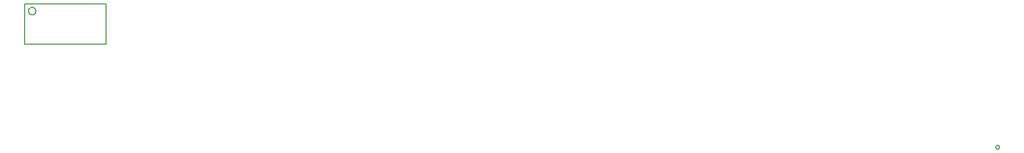
<source format=gbo>
G75*
%MOIN*%
%OFA0B0*%
%FSLAX24Y24*%
%IPPOS*%
%LPD*%
%AMOC8*
5,1,8,0,0,1.08239X$1,22.5*
%
%ADD10C,0.0050*%
D10*
X004350Y045375D02*
X009850Y045375D01*
X009850Y048125D01*
X004350Y048125D01*
X004350Y045375D01*
X004600Y047625D02*
X004602Y047656D01*
X004608Y047687D01*
X004618Y047717D01*
X004631Y047745D01*
X004648Y047772D01*
X004668Y047796D01*
X004691Y047818D01*
X004716Y047836D01*
X004744Y047851D01*
X004773Y047863D01*
X004803Y047871D01*
X004834Y047875D01*
X004866Y047875D01*
X004897Y047871D01*
X004927Y047863D01*
X004956Y047851D01*
X004984Y047836D01*
X005009Y047818D01*
X005032Y047796D01*
X005052Y047772D01*
X005069Y047745D01*
X005082Y047717D01*
X005092Y047687D01*
X005098Y047656D01*
X005100Y047625D01*
X005098Y047594D01*
X005092Y047563D01*
X005082Y047533D01*
X005069Y047505D01*
X005052Y047478D01*
X005032Y047454D01*
X005009Y047432D01*
X004984Y047414D01*
X004956Y047399D01*
X004927Y047387D01*
X004897Y047379D01*
X004866Y047375D01*
X004834Y047375D01*
X004803Y047379D01*
X004773Y047387D01*
X004744Y047399D01*
X004716Y047414D01*
X004691Y047432D01*
X004668Y047454D01*
X004648Y047478D01*
X004631Y047505D01*
X004618Y047533D01*
X004608Y047563D01*
X004602Y047594D01*
X004600Y047625D01*
X069975Y038375D02*
X069977Y038397D01*
X069983Y038418D01*
X069992Y038437D01*
X070004Y038455D01*
X070020Y038471D01*
X070037Y038483D01*
X070057Y038492D01*
X070078Y038498D01*
X070100Y038500D01*
X070122Y038498D01*
X070143Y038492D01*
X070162Y038483D01*
X070180Y038471D01*
X070196Y038455D01*
X070208Y038437D01*
X070217Y038418D01*
X070223Y038397D01*
X070225Y038375D01*
X070223Y038353D01*
X070217Y038332D01*
X070208Y038313D01*
X070196Y038295D01*
X070180Y038279D01*
X070163Y038267D01*
X070143Y038258D01*
X070122Y038252D01*
X070100Y038250D01*
X070078Y038252D01*
X070057Y038258D01*
X070037Y038267D01*
X070020Y038279D01*
X070004Y038295D01*
X069992Y038312D01*
X069983Y038332D01*
X069977Y038353D01*
X069975Y038375D01*
M02*

</source>
